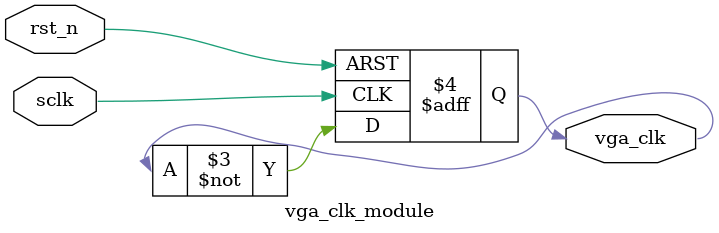
<source format=v>
module	vga_clk_module(
		input		wire	sclk		,
		input		wire	rst_n		,
		output	reg		vga_clk	
);

//reg[1:0]	cnt;
//
//always@(posedge	sclk	or	negedge	rst_n)
//		if(rst_n==0)
//			cnt	<=	0;
//		else	if(cnt==3)
//			cnt	<=	0;
//		else	
//			cnt	<=	cnt+1;
			
always@(posedge	sclk	or	negedge	rst_n)
		if(rst_n==0)
			vga_clk	<=	0;
		else	
			vga_clk	<=	~vga_clk;
			
endmodule
</source>
